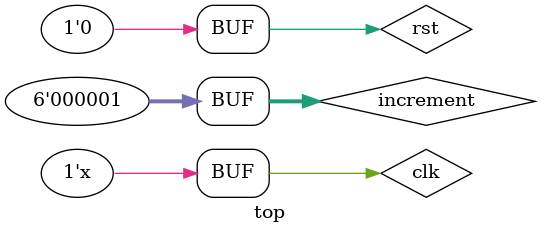
<source format=v>
`timescale 1ns/1ps
module top;

    parameter  DataSize = 32;
    parameter PCsize = 6;

    reg clk;
    reg rst;

    initial begin
        clk = 0;
        rst = 0;
    end

    wire [PCsize-1: 0] PC;
    wire [PCsize-1: 0] PC_next;
    wire [5:0] increment = 6'd1;

    always #5 clk = ~clk;

    wire [DataSize-1: 0] Instruction;
    wire [2:0] ALUop;
    wire RegWrite;
    wire [DataSize-1:0] WD;
    
    wire [DataSize-1:0] A;
    wire [DataSize-1:0] B;

    wire overflow;
    wire zero;
    wire [DataSize-1:0] result;

    assign WD = result;

    PC PC1 (.clk(clk),
            .rst(rst),
            .PC_next(PC_next),
            .PC(PC));

    Adder Adder1 (.clk(clk),
                .DataIn1(PC),
                .DataIn2(increment),
                .DataOut(PC_next));

    Control Control1 (.OpCode(Instruction[31:26]),
                    .Func(Instruction[5:0]),
                    .ALUOp(ALUop),
                    .RegWrite(RegWrite));

    InstructionMemory InstructionMemory1 (.ReadAddress(PC),
                                        .Instruction(Instruction));

    RegisterFile RegisterFile1 (.clk(clk),
                                .R1(Instruction[25:21]),
                                .R2(Instruction[20:16]),
                                .WR(Instruction[15:11]),
                                .WD(WD),
                                .RegWrite(RegWrite),
                                .RD1(A),
                                .RD2(B));

    ALU ALU1 (.A(A),
            .B(B),
            .ALUOp(ALUop),
            .overflow(overflow),
            .zero(zero),
            .result(result));

endmodule
</source>
